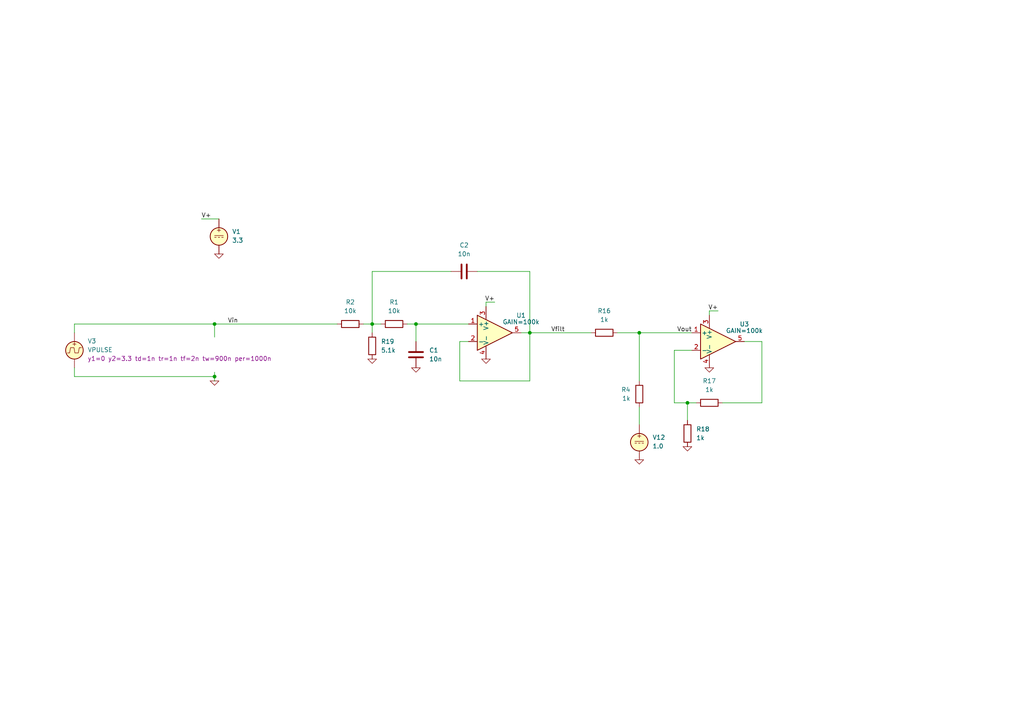
<source format=kicad_sch>
(kicad_sch (version 20231120) (generator "eeschema") (generator_version "8.0")
  (paper "A4")
  (lib_symbols
    (symbol "Device:C" (pin_numbers hide) (pin_names (offset 0.254))
      (property "Reference" "C" (at 0.635 2.54 0))
      (property "Value" "C" (at 0.635 -2.54 0))
      (symbol "C_0_1"
        (polyline (pts (xy -2.032 -0.762) (xy 2.032 -0.762)) (stroke (width 0.508)))
        (polyline (pts (xy -2.032 0.762) (xy 2.032 0.762)) (stroke (width 0.508)))
      )
      (symbol "C_1_1"
        (pin passive line (at 0 3.81 270) (length 2.794) (name "~") (number "1"))
        (pin passive line (at 0 -3.81 90) (length 2.794) (name "~") (number "2"))
      )
    )
    (symbol "Device:R" (pin_numbers hide) (pin_names (offset 0))
      (property "Reference" "R" (at 2.032 0 90))
      (property "Value" "R" (at 0 0 90))
      (symbol "R_0_1"
        (rectangle (start -1.016 -2.54) (end 1.016 2.54) (stroke (width 0.254)))
      )
      (symbol "R_1_1"
        (pin passive line (at 0 3.81 270) (length 1.27) (name "~") (number "1"))
        (pin passive line (at 0 -3.81 90) (length 1.27) (name "~") (number "2"))
      )
    )
    (symbol "Simulation_SPICE:0" (power) (pin_numbers hide) (pin_names (offset 0) hide)
      (property "Value" "0" (at 0 -2.54 0))
      (symbol "0_0_1"
        (polyline (pts (xy -1.27 0) (xy 0 -1.27) (xy 1.27 0) (xy -1.27 0)))
      )
      (symbol "0_1_1"
        (pin power_in line (at 0 0 0) (length 0) (name "~") (number "1"))
      )
    )
    (symbol "Simulation_SPICE:OPAMP" (pin_names (offset 0.254))
      (property "Reference" "U" (at 3.81 3.175 0))
      (property "Value" "${SIM.PARAMS}" (at 3.81 -3.175 0))
      (symbol "OPAMP_0_1"
        (polyline (pts (xy 5.08 0) (xy -5.08 5.08) (xy -5.08 -5.08) (xy 5.08 0)) (stroke (width 0.254)) (fill (type background)))
      )
      (symbol "OPAMP_1_1"
        (pin input line (at -7.62 2.54 0) (length 2.54) (name "+") (number "1"))
        (pin input line (at -7.62 -2.54 0) (length 2.54) (name "-") (number "2"))
        (pin power_in line (at -2.54 7.62 270) (length 3.81) (name "V+") (number "3"))
        (pin power_in line (at -2.54 -7.62 90) (length 3.81) (name "V-") (number "4"))
        (pin output line (at 7.62 0 180) (length 2.54) (name "~") (number "5"))
      )
    )
    (symbol "Simulation_SPICE:VDC" (pin_numbers hide) (pin_names (offset 0.0254))
      (property "Reference" "V" (at 2.54 2.54 0))
      (property "Value" "1" (at 2.54 0 0))
      (symbol "VDC_0_0"
        (polyline (pts (xy -1.27 0.254) (xy 1.27 0.254)))
        (polyline (pts (xy -0.762 -0.254) (xy -1.27 -0.254)))
        (polyline (pts (xy 0.254 -0.254) (xy -0.254 -0.254)))
        (polyline (pts (xy 1.27 -0.254) (xy 0.762 -0.254)))
        (text "+" (at 0 1.905 0) (effects (font (size 1.27 1.27))))
      )
      (symbol "VDC_0_1"
        (circle (center 0 0) (radius 2.54) (stroke (width 0.254)) (fill (type background)))
      )
      (symbol "VDC_1_1"
        (pin passive line (at 0 5.08 270) (length 2.54) (name "~") (number "1"))
        (pin passive line (at 0 -5.08 90) (length 2.54) (name "~") (number "2"))
      )
    )
    (symbol "Simulation_SPICE:VPULSE" (pin_numbers hide) (pin_names (offset 0.0254))
      (property "Reference" "V" (at 2.54 2.54 0))
      (property "Value" "VPULSE" (at 2.54 0 0))
      (property "Sim.Params" "y1=0 y2=1 td=2n tr=2n tf=2n tw=50n per=100n" (at 2.54 -2.54 0))
      (symbol "VPULSE_0_0"
        (polyline (pts (xy -2.032 -0.762) (xy -1.397 -0.762) (xy -1.143 0.762) (xy -0.127 0.762) (xy 0.127 -0.762) (xy 1.143 -0.762) (xy 1.397 0.762) (xy 2.032 0.762)))
        (text "+" (at 0 1.905 0) (effects (font (size 1.27 1.27))))
      )
      (symbol "VPULSE_0_1"
        (circle (center 0 0) (radius 2.54) (stroke (width 0.254)) (fill (type background)))
      )
      (symbol "VPULSE_1_1"
        (pin passive line (at 0 5.08 270) (length 2.54) (name "~") (number "1"))
        (pin passive line (at 0 -5.08 90) (length 2.54) (name "~") (number "2"))
      )
    )
  )
  (junction (at 107.95 93.98))
  (junction (at 199.39 116.84))
  (junction (at 62.23 109.22))
  (junction (at 185.42 96.52))
  (junction (at 62.23 93.98))
  (junction (at 120.65 93.98))
  (junction (at 153.67 96.52))
  (wire (pts (xy 62.23 93.98) (xy 62.23 97.79)))
  (wire (pts (xy 185.42 96.52) (xy 185.42 110.49)))
  (wire (pts (xy 135.89 99.06) (xy 133.35 99.06)))
  (wire (pts (xy 62.23 93.98) (xy 97.79 93.98)))
  (wire (pts (xy 133.35 99.06) (xy 133.35 110.49)))
  (wire (pts (xy 107.95 93.98) (xy 107.95 96.52)))
  (wire (pts (xy 220.98 116.84) (xy 220.98 99.06)))
  (wire (pts (xy 179.07 96.52) (xy 185.42 96.52)))
  (wire (pts (xy 205.74 90.17) (xy 205.74 91.44)))
  (wire (pts (xy 220.98 99.06) (xy 215.9 99.06)))
  (wire (pts (xy 209.55 116.84) (xy 220.98 116.84)))
  (wire (pts (xy 118.11 93.98) (xy 120.65 93.98)))
  (wire (pts (xy 195.58 116.84) (xy 199.39 116.84)))
  (wire (pts (xy 185.42 96.52) (xy 200.66 96.52)))
  (wire (pts (xy 62.23 109.22) (xy 62.23 107.95)))
  (wire (pts (xy 107.95 78.74) (xy 107.95 93.98)))
  (wire (pts (xy 143.51 87.63) (xy 140.97 87.63)))
  (wire (pts (xy 120.65 93.98) (xy 135.89 93.98)))
  (wire (pts (xy 199.39 116.84) (xy 201.93 116.84)))
  (wire (pts (xy 120.65 93.98) (xy 120.65 99.06)))
  (wire (pts (xy 195.58 101.6) (xy 195.58 116.84)))
  (wire (pts (xy 153.67 96.52) (xy 153.67 78.74)))
  (wire (pts (xy 185.42 118.11) (xy 185.42 123.19)))
  (wire (pts (xy 153.67 96.52) (xy 151.13 96.52)))
  (wire (pts (xy 58.42 63.5) (xy 63.5 63.5)))
  (wire (pts (xy 130.81 78.74) (xy 107.95 78.74)))
  (wire (pts (xy 21.59 96.52) (xy 21.59 93.98)))
  (wire (pts (xy 153.67 78.74) (xy 138.43 78.74)))
  (wire (pts (xy 199.39 116.84) (xy 199.39 121.92)))
  (wire (pts (xy 21.59 109.22) (xy 21.59 106.68)))
  (wire (pts (xy 62.23 109.22) (xy 21.59 109.22)))
  (wire (pts (xy 208.28 90.17) (xy 205.74 90.17)))
  (wire (pts (xy 21.59 93.98) (xy 62.23 93.98)))
  (wire (pts (xy 200.66 101.6) (xy 195.58 101.6)))
  (wire (pts (xy 153.67 110.49) (xy 153.67 96.52)))
  (wire (pts (xy 153.67 96.52) (xy 171.45 96.52)))
  (wire (pts (xy 140.97 87.63) (xy 140.97 88.9)))
  (wire (pts (xy 62.23 110.49) (xy 62.23 109.22)))
  (wire (pts (xy 107.95 93.98) (xy 110.49 93.98)))
  (wire (pts (xy 105.41 93.98) (xy 107.95 93.98)))
  (wire (pts (xy 133.35 110.49) (xy 153.67 110.49)))
  (label "V+" (at 208.28 90.17 180))
  (label "Vin" (at 66.04 93.98 0))
  (label "V+" (at 143.51 87.63 180))
  (label "Vfilt" (at 163.83 96.52 180))
  (label "Vout" (at 200.66 96.52 180))
  (label "V+" (at 58.42 63.5 0))
  (symbol (lib_id "Device:R") (at 175.26 96.52 90) (unit 1)
    (property "Reference" "R16" (at 175.26 90.17 90))
    (property "Value" "1k" (at 175.26 92.71 90))
    (property "Description" "Resistor" (effects (hide yes)))
  )
  (symbol (lib_id "Device:R") (at 199.39 125.73 0) (unit 1)
    (property "Reference" "R18" (at 201.93 124.4599 0) (effects (justify left)))
    (property "Value" "1k" (at 201.93 126.9999 0) (effects (justify left)))
    (property "Description" "Resistor" (effects (hide yes)))
  )
  (symbol (lib_id "Device:R") (at 205.74 116.84 270) (unit 1)
    (property "Reference" "R17" (at 205.74 110.49 90))
    (property "Value" "1k" (at 205.74 113.03 90))
    (property "Description" "Resistor" (effects (hide yes)))
  )
  (symbol (lib_id "Simulation_SPICE:VPULSE") (at 21.59 101.6 0) (unit 1)
    (property "Reference" "V3" (at 25.4 98.9301 0) (effects (justify left)))
    (property "Value" "VPULSE" (at 25.4 101.4701 0) (effects (justify left)))
    (property "Datasheet" "https://ngspice.sourceforge.io/docs/ngspice-html-manual/manual.xhtml#sec_Independent_Sources_for" (effects (hide yes)))
    (property "Description" "Voltage source, pulse" (effects (hide yes)))
    (property "Sim.Pins" "1=+ 2=-" (effects (hide yes)))
    (property "Sim.Type" "PULSE" (effects (hide yes)))
    (property "Sim.Device" "V" (effects (hide yes)))
    (property "Sim.Params" "y1=0 y2=3.3 td=1n tr=1n tf=2n tw=900n per=1000n" (at 25.4 104.0101 0) (effects (justify left)))
  )
  (symbol (lib_id "Simulation_SPICE:VDC") (at 63.5 68.58 0) (unit 1)
    (property "Reference" "V1" (at 67.31 67.1801 0) (effects (justify left)))
    (property "Value" "3.3" (at 67.31 69.7201 0) (effects (justify left)))
    (property "Datasheet" "https://ngspice.sourceforge.io/docs/ngspice-html-manual/manual.xhtml#sec_Independent_Sources_for" (effects (hide yes)))
    (property "Description" "Voltage source, DC" (effects (hide yes)))
    (property "Sim.Pins" "1=+ 2=-" (effects (hide yes)))
    (property "Sim.Type" "DC" (effects (hide yes)))
    (property "Sim.Device" "V" (effects (hide yes)))
  )
  (symbol (lib_id "Device:C") (at 120.65 102.87 0) (unit 1)
    (property "Reference" "C1" (at 124.46 101.5999 0) (effects (justify left)))
    (property "Value" "10n" (at 124.46 104.1399 0) (effects (justify left)))
    (property "Description" "Unpolarized capacitor" (effects (hide yes)))
  )
  (symbol (lib_id "Device:R") (at 185.42 114.3 180) (unit 1)
    (property "Reference" "R4" (at 182.88 113.0299 0) (effects (justify left)))
    (property "Value" "1k" (at 182.88 115.5699 0) (effects (justify left)))
    (property "Description" "Resistor" (effects (hide yes)))
  )
  (symbol (lib_id "Simulation_SPICE:0") (at 185.42 133.35 0) (unit 1)
    (property "Reference" "#GND05" (effects (hide yes)))
    (property "Value" "0" (effects (hide yes)))
    (property "Datasheet" "https://ngspice.sourceforge.io/docs/ngspice-html-manual/manual.xhtml#subsec_Circuit_elements__device" (effects (hide yes)))
    (property "Description" "0V reference potential for simulation" (effects (hide yes)))
  )
  (symbol (lib_id "Simulation_SPICE:OPAMP") (at 208.28 99.06 0) (unit 1)
    (property "Reference" "U3" (at 215.9 94.0114 0))
    (property "Value" "${SIM.PARAMS}" (at 215.9 95.9165 0))
    (property "Datasheet" "https://ngspice.sourceforge.io/docs/ngspice-html-manual/manual.xhtml#sec__SUBCKT_Subcircuits" (effects (hide yes)))
    (property "Description" "Operational amplifier, single, node sequence=1:+ 2:- 3:OUT 4:V+ 5:V-" (effects (hide yes)))
    (property "Sim.Pins" "1=in+ 2=in- 3=vcc 4=vee 5=out" (effects (hide yes)))
    (property "Sim.Device" "SUBCKT" (effects (hide yes)))
    (property "Sim.Library" "${KICAD8_SYMBOL_DIR}/Simulation_SPICE.sp" (effects (hide yes)))
    (property "Sim.Name" "kicad_builtin_opamp" (effects (hide yes)))
    (property "Sim.Params" "GAIN=100k" (effects (hide yes)))
  )
  (symbol (lib_id "Device:R") (at 101.6 93.98 90) (unit 1)
    (property "Reference" "R2" (at 101.6 87.63 90))
    (property "Value" "10k" (at 101.6 90.17 90))
    (property "Description" "Resistor" (effects (hide yes)))
  )
  (symbol (lib_id "Simulation_SPICE:0") (at 107.95 104.14 0) (unit 1)
    (property "Reference" "#GND016" (effects (hide yes)))
    (property "Value" "0" (effects (hide yes)))
    (property "Datasheet" "https://ngspice.sourceforge.io/docs/ngspice-html-manual/manual.xhtml#subsec_Circuit_elements__device" (effects (hide yes)))
    (property "Description" "0V reference potential for simulation" (effects (hide yes)))
  )
  (symbol (lib_id "Simulation_SPICE:0") (at 140.97 104.14 0) (unit 1)
    (property "Reference" "#GND01" (effects (hide yes)))
    (property "Value" "0" (effects (hide yes)))
    (property "Datasheet" "https://ngspice.sourceforge.io/docs/ngspice-html-manual/manual.xhtml#subsec_Circuit_elements__device" (effects (hide yes)))
    (property "Description" "0V reference potential for simulation" (effects (hide yes)))
  )
  (symbol (lib_id "Simulation_SPICE:OPAMP") (at 143.51 96.52 0) (unit 1)
    (property "Reference" "U1" (at 151.13 91.4714 0))
    (property "Value" "${SIM.PARAMS}" (at 151.13 93.3765 0))
    (property "Datasheet" "https://ngspice.sourceforge.io/docs/ngspice-html-manual/manual.xhtml#sec__SUBCKT_Subcircuits" (effects (hide yes)))
    (property "Description" "Operational amplifier, single, node sequence=1:+ 2:- 3:OUT 4:V+ 5:V-" (effects (hide yes)))
    (property "Sim.Pins" "1=in+ 2=in- 3=vcc 4=vee 5=out" (effects (hide yes)))
    (property "Sim.Device" "SUBCKT" (effects (hide yes)))
    (property "Sim.Library" "${KICAD8_SYMBOL_DIR}/Simulation_SPICE.sp" (effects (hide yes)))
    (property "Sim.Name" "kicad_builtin_opamp" (effects (hide yes)))
    (property "Sim.Params" "GAIN=100k" (effects (hide yes)))
  )
  (symbol (lib_id "Simulation_SPICE:0") (at 62.23 110.49 0) (unit 1)
    (property "Reference" "#GND03" (effects (hide yes)))
    (property "Value" "0" (effects (hide yes)))
    (property "Datasheet" "https://ngspice.sourceforge.io/docs/ngspice-html-manual/manual.xhtml#subsec_Circuit_elements__device" (effects (hide yes)))
    (property "Description" "0V reference potential for simulation" (effects (hide yes)))
  )
  (symbol (lib_id "Device:R") (at 107.95 100.33 180) (unit 1)
    (property "Reference" "R19" (at 110.49 99.0599 0) (effects (justify right)))
    (property "Value" "5.1k" (at 110.49 101.5999 0) (effects (justify right)))
    (property "Description" "Resistor" (effects (hide yes)))
  )
  (symbol (lib_id "Simulation_SPICE:0") (at 205.74 106.68 0) (unit 1)
    (property "Reference" "#GND014" (effects (hide yes)))
    (property "Value" "0" (effects (hide yes)))
    (property "Datasheet" "https://ngspice.sourceforge.io/docs/ngspice-html-manual/manual.xhtml#subsec_Circuit_elements__device" (effects (hide yes)))
    (property "Description" "0V reference potential for simulation" (effects (hide yes)))
  )
  (symbol (lib_id "Simulation_SPICE:VDC") (at 185.42 128.27 0) (unit 1)
    (property "Reference" "V12" (at 189.23 126.8701 0) (effects (justify left)))
    (property "Value" "1.0" (at 189.23 129.4101 0) (effects (justify left)))
    (property "Datasheet" "https://ngspice.sourceforge.io/docs/ngspice-html-manual/manual.xhtml#sec_Independent_Sources_for" (effects (hide yes)))
    (property "Description" "Voltage source, DC" (effects (hide yes)))
    (property "Sim.Pins" "1=+ 2=-" (effects (hide yes)))
    (property "Sim.Type" "DC" (effects (hide yes)))
    (property "Sim.Device" "V" (effects (hide yes)))
  )
  (symbol (lib_id "Device:C") (at 134.62 78.74 90) (unit 1)
    (property "Reference" "C2" (at 134.62 71.12 90))
    (property "Value" "10n" (at 134.62 73.66 90))
    (property "Description" "Unpolarized capacitor" (effects (hide yes)))
  )
  (symbol (lib_id "Simulation_SPICE:0") (at 120.65 106.68 0) (unit 1)
    (property "Reference" "#GND04" (effects (hide yes)))
    (property "Value" "0" (effects (hide yes)))
    (property "Datasheet" "https://ngspice.sourceforge.io/docs/ngspice-html-manual/manual.xhtml#subsec_Circuit_elements__device" (effects (hide yes)))
    (property "Description" "0V reference potential for simulation" (effects (hide yes)))
  )
  (symbol (lib_id "Simulation_SPICE:0") (at 199.39 129.54 0) (unit 1)
    (property "Reference" "#GND015" (effects (hide yes)))
    (property "Value" "0" (effects (hide yes)))
    (property "Datasheet" "https://ngspice.sourceforge.io/docs/ngspice-html-manual/manual.xhtml#subsec_Circuit_elements__device" (effects (hide yes)))
    (property "Description" "0V reference potential for simulation" (effects (hide yes)))
  )
  (symbol (lib_id "Device:R") (at 114.3 93.98 90) (unit 1)
    (property "Reference" "R1" (at 114.3 87.63 90))
    (property "Value" "10k" (at 114.3 90.17 90))
    (property "Description" "Resistor" (effects (hide yes)))
  )
  (symbol (lib_id "Simulation_SPICE:0") (at 63.5 73.66 0) (unit 1)
    (property "Reference" "#GND02" (effects (hide yes)))
    (property "Value" "0" (effects (hide yes)))
    (property "Datasheet" "https://ngspice.sourceforge.io/docs/ngspice-html-manual/manual.xhtml#subsec_Circuit_elements__device" (effects (hide yes)))
    (property "Description" "0V reference potential for simulation" (effects (hide yes)))
  )
)
</source>
